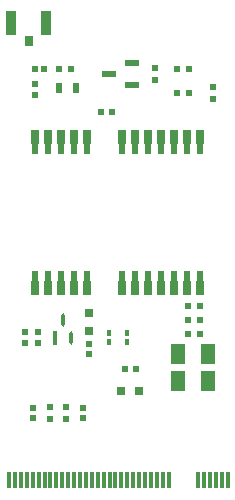
<source format=gtp>
G04*
G04 #@! TF.GenerationSoftware,Altium Limited,Altium Designer,24.4.1 (13)*
G04*
G04 Layer_Color=8421504*
%FSLAX44Y44*%
%MOMM*%
G71*
G04*
G04 #@! TF.SameCoordinates,13FF6278-5DA1-4848-AA7E-132AFDE523C9*
G04*
G04*
G04 #@! TF.FilePolarity,Positive*
G04*
G01*
G75*
%ADD19R,0.5969X0.8954*%
%ADD20R,0.8001X1.2065*%
%ADD21R,0.8000X0.8500*%
%ADD22R,0.9000X2.0000*%
%ADD23R,0.6000X0.9000*%
%ADD24R,0.5500X0.6000*%
G04:AMPARAMS|DCode=25|XSize=1.164mm|YSize=0.3358mm|CornerRadius=0.1679mm|HoleSize=0mm|Usage=FLASHONLY|Rotation=90.000|XOffset=0mm|YOffset=0mm|HoleType=Round|Shape=RoundedRectangle|*
%AMROUNDEDRECTD25*
21,1,1.1640,0.0000,0,0,90.0*
21,1,0.8281,0.3358,0,0,90.0*
1,1,0.3358,0.0000,0.4141*
1,1,0.3358,0.0000,-0.4141*
1,1,0.3358,0.0000,-0.4141*
1,1,0.3358,0.0000,0.4141*
%
%ADD25ROUNDEDRECTD25*%
%ADD26R,0.3358X1.1640*%
%ADD27R,0.8000X0.8000*%
%ADD28R,0.5500X0.5500*%
%ADD29R,0.5500X0.5500*%
%ADD30R,0.5153X0.4725*%
%ADD31R,0.3500X1.4500*%
%ADD32R,0.4500X0.5000*%
%ADD33R,1.1546X1.7062*%
%ADD34R,1.2700X0.5588*%
%ADD35R,0.5000X0.6000*%
%ADD36R,0.8000X0.8000*%
%ADD37R,0.5000X0.5000*%
%ADD38R,0.5000X0.5000*%
%ADD39R,0.6000X0.5000*%
D19*
X38989Y185364D02*
D03*
X49990Y185364D02*
D03*
X60989Y185364D02*
D03*
X71990Y185364D02*
D03*
X82990D02*
D03*
X112989Y185364D02*
D03*
X123990Y185364D02*
D03*
X134989Y185364D02*
D03*
X145989D02*
D03*
X156990Y185364D02*
D03*
X167989Y185364D02*
D03*
X178990Y185364D02*
D03*
X38989Y292632D02*
D03*
X49990Y292633D02*
D03*
X60989Y292632D02*
D03*
X71990Y292633D02*
D03*
X82990D02*
D03*
X112989Y292632D02*
D03*
X123990Y292633D02*
D03*
X134989Y292632D02*
D03*
X145989D02*
D03*
X156990Y292633D02*
D03*
X167989Y292632D02*
D03*
X178990Y292633D02*
D03*
D20*
X38989Y174950D02*
D03*
X49990Y174951D02*
D03*
X60989Y174950D02*
D03*
X71990Y174951D02*
D03*
X82990D02*
D03*
X112990Y174950D02*
D03*
X123990Y174951D02*
D03*
X134989Y174950D02*
D03*
X145989D02*
D03*
X156990Y174951D02*
D03*
X167989Y174950D02*
D03*
X178990Y174951D02*
D03*
X38989Y303046D02*
D03*
X49990Y303046D02*
D03*
X60989Y303046D02*
D03*
X71990Y303046D02*
D03*
X82990D02*
D03*
X112990Y303046D02*
D03*
X123990Y303046D02*
D03*
X134989Y303046D02*
D03*
X145989D02*
D03*
X156990Y303046D02*
D03*
X167989Y303046D02*
D03*
X178990Y303046D02*
D03*
D21*
X34000Y383761D02*
D03*
D22*
X19001Y399001D02*
D03*
X48999Y398999D02*
D03*
D23*
X74500Y344000D02*
D03*
X59500D02*
D03*
D24*
X31000Y137250D02*
D03*
Y128750D02*
D03*
X42000Y137250D02*
D03*
Y128750D02*
D03*
X38000Y73250D02*
D03*
Y64750D02*
D03*
X80000Y73250D02*
D03*
Y64750D02*
D03*
D25*
X63000Y147701D02*
D03*
X69500Y132299D02*
D03*
D26*
X56500D02*
D03*
D27*
X85384Y138540D02*
D03*
Y153540D02*
D03*
D28*
X85523Y118856D02*
D03*
Y127856D02*
D03*
D29*
X124500Y106000D02*
D03*
X115500D02*
D03*
D30*
X39214Y360000D02*
D03*
X46786D02*
D03*
D31*
X17500Y12750D02*
D03*
X22500D02*
D03*
X27500D02*
D03*
X32500D02*
D03*
X37500D02*
D03*
X42500D02*
D03*
X47500D02*
D03*
X52500D02*
D03*
X57500D02*
D03*
X62500D02*
D03*
X67500D02*
D03*
X72500D02*
D03*
X77500D02*
D03*
X82500D02*
D03*
X87500D02*
D03*
X92500D02*
D03*
X97500D02*
D03*
X102500D02*
D03*
X107500D02*
D03*
X112500D02*
D03*
X117500D02*
D03*
X122500D02*
D03*
X127500D02*
D03*
X132500D02*
D03*
X137500D02*
D03*
X142500D02*
D03*
X147500D02*
D03*
X152500D02*
D03*
X187500D02*
D03*
X192500D02*
D03*
X197500D02*
D03*
X202500D02*
D03*
X182500D02*
D03*
X177500D02*
D03*
D32*
X102000Y136750D02*
D03*
Y129250D02*
D03*
X117000Y136750D02*
D03*
Y129250D02*
D03*
D33*
X185758Y96000D02*
D03*
X160242D02*
D03*
X185758Y119000D02*
D03*
X160242D02*
D03*
D34*
X121304Y346850D02*
D03*
Y365150D02*
D03*
X102000Y356000D02*
D03*
D35*
X170000Y340000D02*
D03*
X160000D02*
D03*
X95000Y324000D02*
D03*
X105000D02*
D03*
X160000Y360000D02*
D03*
X170000D02*
D03*
D36*
X127500Y88000D02*
D03*
X112500D02*
D03*
D37*
X70000Y360000D02*
D03*
X60000D02*
D03*
X179000Y160000D02*
D03*
X169000D02*
D03*
X179000Y148000D02*
D03*
X169000D02*
D03*
X179000Y136000D02*
D03*
X169000D02*
D03*
D38*
X39000Y348000D02*
D03*
Y338000D02*
D03*
D39*
X66000Y64000D02*
D03*
Y74000D02*
D03*
X52000Y64000D02*
D03*
Y74000D02*
D03*
X190000Y335000D02*
D03*
Y345000D02*
D03*
X141000Y361000D02*
D03*
Y351000D02*
D03*
M02*

</source>
